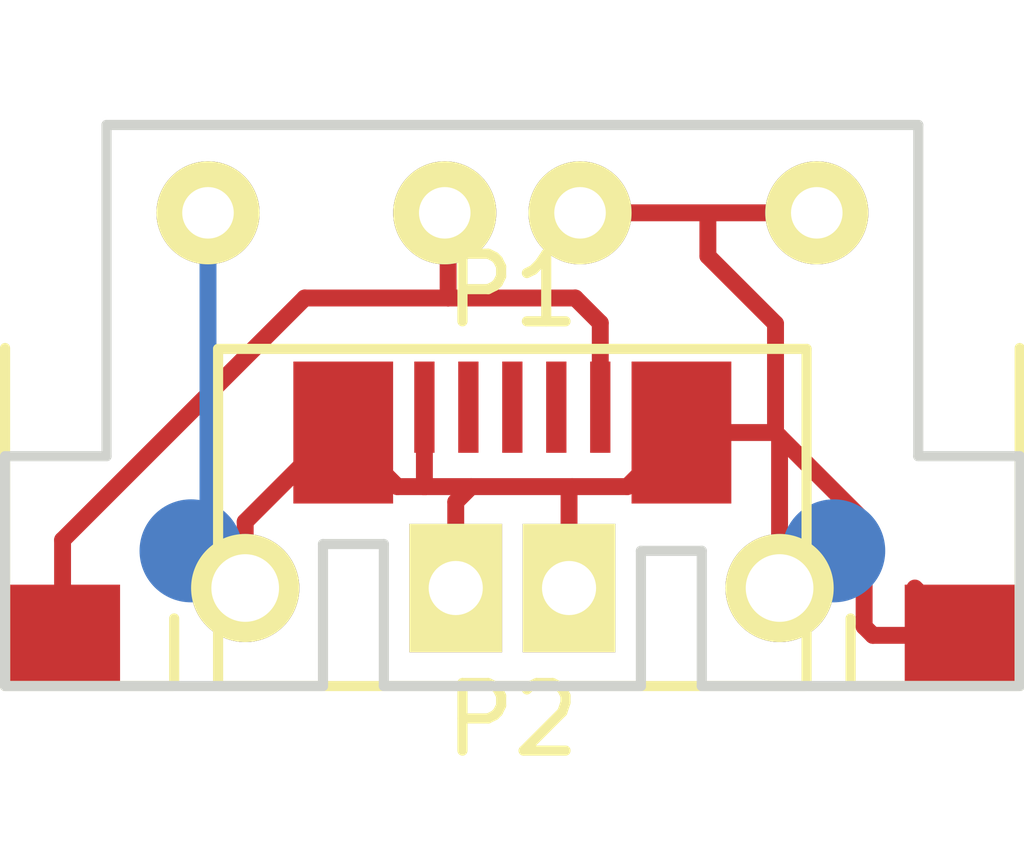
<source format=kicad_pcb>
(kicad_pcb (version 4) (host pcbnew 4.0.2+dfsg1-stable)

  (general
    (links 14)
    (no_connects 0)
    (area 92.424999 44.024999 107.575001 52.475001)
    (thickness 1.6)
    (drawings 16)
    (tracks 48)
    (zones 0)
    (modules 2)
    (nets 6)
  )

  (page A4)
  (layers
    (0 F.Cu signal)
    (31 B.Cu signal)
    (32 B.Adhes user)
    (33 F.Adhes user)
    (34 B.Paste user)
    (35 F.Paste user)
    (36 B.SilkS user)
    (37 F.SilkS user)
    (38 B.Mask user)
    (39 F.Mask user)
    (40 Dwgs.User user)
    (41 Cmts.User user)
    (42 Eco1.User user)
    (43 Eco2.User user)
    (44 Edge.Cuts user)
    (45 Margin user)
    (46 B.CrtYd user)
    (47 F.CrtYd user)
    (48 B.Fab user)
    (49 F.Fab user)
  )

  (setup
    (last_trace_width 0.25)
    (trace_clearance 0.1)
    (zone_clearance 0.508)
    (zone_45_only no)
    (trace_min 0.2)
    (segment_width 0.2)
    (edge_width 0.15)
    (via_size 0.6)
    (via_drill 0.4)
    (via_min_size 0.4)
    (via_min_drill 0.3)
    (uvia_size 0.3)
    (uvia_drill 0.1)
    (uvias_allowed no)
    (uvia_min_size 0.2)
    (uvia_min_drill 0.1)
    (pcb_text_width 0.3)
    (pcb_text_size 1.5 1.5)
    (mod_edge_width 0.15)
    (mod_text_size 1 1)
    (mod_text_width 0.15)
    (pad_size 1.524 1.524)
    (pad_drill 0.762)
    (pad_to_mask_clearance 0.2)
    (aux_axis_origin 0 0)
    (visible_elements FFFFFF7F)
    (pcbplotparams
      (layerselection 0x00030_80000001)
      (usegerberextensions false)
      (excludeedgelayer true)
      (linewidth 0.100000)
      (plotframeref false)
      (viasonmask false)
      (mode 1)
      (useauxorigin false)
      (hpglpennumber 1)
      (hpglpenspeed 20)
      (hpglpendiameter 15)
      (hpglpenoverlay 2)
      (psnegative false)
      (psa4output false)
      (plotreference true)
      (plotvalue true)
      (plotinvisibletext false)
      (padsonsilk false)
      (subtractmaskfromsilk false)
      (outputformat 1)
      (mirror false)
      (drillshape 1)
      (scaleselection 1)
      (outputdirectory ""))
  )

  (net 0 "")
  (net 1 GND)
  (net 2 "Net-(P1-Pad4)")
  (net 3 "Net-(P1-Pad3)")
  (net 4 "Net-(P1-Pad2)")
  (net 5 VCC)

  (net_class Default "This is the default net class."
    (clearance 0.1)
    (trace_width 0.25)
    (via_dia 0.6)
    (via_drill 0.4)
    (uvia_dia 0.3)
    (uvia_drill 0.1)
    (add_net GND)
    (add_net "Net-(P1-Pad2)")
    (add_net "Net-(P1-Pad3)")
    (add_net "Net-(P1-Pad4)")
    (add_net VCC)
  )

  (module footprints:USB_Micro-B_top_mount (layer F.Cu) (tedit 5799B0A8) (tstamp 579C88A3)
    (at 100 50)
    (descr "Micro USB Type B Receptacle")
    (tags "USB USB_B USB_micro USB_OTG")
    (path /5796EDBC)
    (attr smd)
    (fp_text reference P1 (at 0 -3.45) (layer F.SilkS)
      (effects (font (size 1 1) (thickness 0.15)))
    )
    (fp_text value USB (at 0 4.1) (layer F.Fab)
      (effects (font (size 1 1) (thickness 0.15)))
    )
    (fp_line (start -4.6 -2.8) (end 4.6 -2.8) (layer F.CrtYd) (width 0.05))
    (fp_line (start 4.6 -2.8) (end 4.6 3.1) (layer F.CrtYd) (width 0.05))
    (fp_line (start 4.6 3.1) (end -4.6 3.1) (layer F.CrtYd) (width 0.05))
    (fp_line (start -4.6 3.1) (end -4.6 -2.8) (layer F.CrtYd) (width 0.05))
    (fp_line (start -4.3509 -2.58754) (end 4.3491 -2.58754) (layer F.SilkS) (width 0.15))
    (fp_line (start 4.3491 -2.58754) (end 4.3491 2.4) (layer F.SilkS) (width 0.15))
    (fp_line (start 4.3491 2.4) (end -4.3509 2.4) (layer F.SilkS) (width 0.15))
    (fp_line (start -4.3509 2.4) (end -4.3509 -2.58754) (layer F.SilkS) (width 0.15))
    (pad 6 thru_hole rect (at -0.8375 0.95 90) (size 1.9 1.37) (drill 0.8) (layers *.Cu *.Mask F.SilkS)
      (net 1 GND))
    (pad 6 thru_hole rect (at 0.8375 0.95 90) (size 1.9 1.37) (drill 0.8) (layers *.Cu *.Mask F.SilkS)
      (net 1 GND))
    (pad 5 smd rect (at -1.3009 -1.725 90) (size 1.35 0.3) (layers F.Cu F.Paste F.Mask)
      (net 1 GND))
    (pad 4 smd rect (at -0.6509 -1.725 90) (size 1.35 0.3) (layers F.Cu F.Paste F.Mask)
      (net 2 "Net-(P1-Pad4)"))
    (pad 3 smd rect (at -0.0009 -1.725 90) (size 1.35 0.3) (layers F.Cu F.Paste F.Mask)
      (net 3 "Net-(P1-Pad3)"))
    (pad 2 smd rect (at 0.6491 -1.725 90) (size 1.35 0.3) (layers F.Cu F.Paste F.Mask)
      (net 4 "Net-(P1-Pad2)"))
    (pad 1 smd rect (at 1.2991 -1.725 90) (size 1.35 0.3) (layers F.Cu F.Paste F.Mask)
      (net 5 VCC))
    (pad 6 smd rect (at -2.5009 -1.35 90) (size 2.1 1.475) (layers F.Cu F.Paste F.Mask)
      (net 1 GND))
    (pad 6 smd rect (at 2.4991 -1.35 90) (size 2.1 1.475) (layers F.Cu F.Paste F.Mask)
      (net 1 GND))
    (pad 6 thru_hole oval (at -3.95 0.95 90) (size 1.6 1.6) (drill oval 1) (layers *.Cu *.Mask F.SilkS)
      (net 1 GND))
    (pad 6 thru_hole oval (at 3.95 0.95 90) (size 1.6 1.6) (drill oval 1) (layers *.Cu *.Mask F.SilkS)
      (net 1 GND))
  )

  (module footprints:3DS_power_connector_area (layer F.Cu) (tedit 579AE95B) (tstamp 579C88B3)
    (at 100 52.4)
    (path /5799AD80)
    (fp_text reference P2 (at 0 0.5) (layer F.SilkS)
      (effects (font (size 1 1) (thickness 0.15)))
    )
    (fp_text value MAIN (at 0 -9.3) (layer F.Fab)
      (effects (font (size 1 1) (thickness 0.15)))
    )
    (fp_line (start 5 0) (end 5 -1) (layer F.SilkS) (width 0.15))
    (fp_line (start -7.5 0) (end -5 0) (layer F.SilkS) (width 0.15))
    (fp_line (start -5 0) (end -5 -1) (layer F.SilkS) (width 0.15))
    (fp_line (start 7.5 0) (end 5 0) (layer F.SilkS) (width 0.15))
    (fp_line (start 7.5 -5) (end 7.5 0) (layer F.SilkS) (width 0.15))
    (fp_line (start -7.5 -5) (end -7.5 0) (layer F.SilkS) (width 0.15))
    (pad 2 smd rect (at 6.65 -0.75) (size 1.7 1.5) (layers F.Cu F.Paste F.Mask)
      (net 1 GND))
    (pad 2 thru_hole circle (at 1 -7) (size 1.524 1.524) (drill 0.762) (layers *.Cu *.Mask F.SilkS)
      (net 1 GND))
    (pad 1 thru_hole circle (at -1 -7) (size 1.524 1.524) (drill 0.762) (layers *.Cu *.Mask F.SilkS)
      (net 5 VCC))
    (pad 4 thru_hole circle (at 4.5 -7) (size 1.524 1.524) (drill 0.762) (layers *.Cu *.Mask F.SilkS)
      (net 1 GND))
    (pad 3 thru_hole circle (at -4.5 -7) (size 1.524 1.524) (drill 0.762) (layers *.Cu *.Mask F.SilkS)
      (net 1 GND))
    (pad 6 smd circle (at 4.75 -2) (size 1.524 1.524) (layers B.Cu B.Paste B.Mask)
      (net 1 GND))
    (pad 5 smd circle (at -4.75 -2) (size 1.524 1.524) (layers B.Cu B.Paste B.Mask)
      (net 1 GND))
    (pad 1 smd rect (at -6.65 -0.75) (size 1.7 1.5) (layers F.Cu F.Paste F.Mask)
      (net 5 VCC))
  )

  (gr_line (start 94 49) (end 92.5 49) (angle 90) (layer Edge.Cuts) (width 0.15))
  (gr_line (start 94 44.1) (end 94 49) (angle 90) (layer Edge.Cuts) (width 0.15))
  (gr_line (start 106 49) (end 107.5 49) (angle 90) (layer Edge.Cuts) (width 0.15))
  (gr_line (start 106 44.1) (end 106 49) (angle 90) (layer Edge.Cuts) (width 0.15))
  (gr_line (start 94 44.1) (end 106 44.1) (angle 90) (layer Edge.Cuts) (width 0.15))
  (gr_line (start 92.5 52.4) (end 92.5 49) (angle 90) (layer Edge.Cuts) (width 0.15))
  (gr_line (start 97.2 52.4) (end 92.5 52.4) (angle 90) (layer Edge.Cuts) (width 0.15))
  (gr_line (start 97.2 50.3) (end 97.2 52.4) (angle 90) (layer Edge.Cuts) (width 0.15))
  (gr_line (start 98.1 50.3) (end 97.2 50.3) (angle 90) (layer Edge.Cuts) (width 0.15))
  (gr_line (start 98.1 52.4) (end 98.1 50.3) (angle 90) (layer Edge.Cuts) (width 0.15))
  (gr_line (start 101.9 52.4) (end 98.1 52.4) (angle 90) (layer Edge.Cuts) (width 0.15))
  (gr_line (start 101.9 50.4) (end 101.9 52.4) (angle 90) (layer Edge.Cuts) (width 0.15))
  (gr_line (start 102.8 50.4) (end 101.9 50.4) (angle 90) (layer Edge.Cuts) (width 0.15))
  (gr_line (start 102.8 52.4) (end 102.8 50.4) (angle 90) (layer Edge.Cuts) (width 0.15))
  (gr_line (start 107.5 52.4) (end 102.8 52.4) (angle 90) (layer Edge.Cuts) (width 0.15))
  (gr_line (start 107.5 49) (end 107.5 52.4) (angle 90) (layer Edge.Cuts) (width 0.15))

  (segment (start 99.1625 50.95) (end 99.1625 49.6775) (width 0.25) (layer F.Cu) (net 1) (status 400000))
  (segment (start 99.1625 49.6775) (end 99.39 49.45) (width 0.25) (layer F.Cu) (net 1) (tstamp 579C8B81))
  (segment (start 98.6991 49.45) (end 98.2991 49.45) (width 0.25) (layer F.Cu) (net 1))
  (segment (start 98.2991 49.45) (end 97.4991 48.65) (width 0.25) (layer F.Cu) (net 1) (tstamp 579C8B7C) (status 800000))
  (segment (start 98.6991 48.275) (end 98.6991 49.45) (width 0.25) (layer F.Cu) (net 1) (status 400000))
  (segment (start 98.6991 49.45) (end 98.6991 49.4509) (width 0.25) (layer F.Cu) (net 1) (tstamp 579C8B7A))
  (segment (start 98.7 49.45) (end 99.39 49.45) (width 0.25) (layer F.Cu) (net 1) (tstamp 579C8B76))
  (segment (start 99.39 49.45) (end 100.885 49.45) (width 0.25) (layer F.Cu) (net 1) (tstamp 579C8B84))
  (segment (start 98.6991 49.4509) (end 98.7 49.45) (width 0.25) (layer F.Cu) (net 1) (tstamp 579C8B75))
  (segment (start 100.8375 50.95) (end 100.8375 49.4975) (width 0.25) (layer F.Cu) (net 1) (status 400000))
  (segment (start 101.6991 49.45) (end 102.4991 48.65) (width 0.25) (layer F.Cu) (net 1) (tstamp 579C8B71) (status 800000))
  (segment (start 100.885 49.45) (end 101.6991 49.45) (width 0.25) (layer F.Cu) (net 1) (tstamp 579C8B70))
  (segment (start 100.8375 49.4975) (end 100.885 49.45) (width 0.25) (layer F.Cu) (net 1) (tstamp 579C8B6F))
  (segment (start 106.65 51.65) (end 105.33 51.65) (width 0.25) (layer F.Cu) (net 1) (status 400000))
  (segment (start 105.2 49.96) (end 103.95 48.71) (width 0.25) (layer F.Cu) (net 1) (tstamp 579C8B6A))
  (segment (start 105.2 51.52) (end 105.2 49.96) (width 0.25) (layer F.Cu) (net 1) (tstamp 579C8B69))
  (segment (start 105.33 51.65) (end 105.2 51.52) (width 0.25) (layer F.Cu) (net 1) (tstamp 579C8B68))
  (segment (start 103.89 48.65) (end 103.89 47.04) (width 0.25) (layer F.Cu) (net 1))
  (segment (start 102.89 46.04) (end 102.89 45.4) (width 0.25) (layer F.Cu) (net 1) (tstamp 579C8B62))
  (segment (start 103.89 47.04) (end 102.89 46.04) (width 0.25) (layer F.Cu) (net 1) (tstamp 579C8B61))
  (segment (start 102.4991 48.65) (end 103.89 48.65) (width 0.25) (layer F.Cu) (net 1))
  (segment (start 103.95 48.71) (end 103.95 50.95) (width 0.25) (layer F.Cu) (net 1) (tstamp 579C8B58))
  (segment (start 103.89 48.65) (end 103.95 48.71) (width 0.25) (layer F.Cu) (net 1) (tstamp 579C8B57))
  (segment (start 95.5 45.4) (end 95.5 50.4) (width 0.25) (layer B.Cu) (net 1))
  (segment (start 95.5 50.4) (end 96.05 50.95) (width 0.25) (layer B.Cu) (net 1) (tstamp 579C8B4B))
  (segment (start 105.95 50.95) (end 106.65 51.65) (width 0.25) (layer F.Cu) (net 1) (tstamp 579C8B3E))
  (segment (start 95.25 50.4) (end 95.5 50.4) (width 0.25) (layer B.Cu) (net 1))
  (segment (start 95.5 50.4) (end 96.05 50.95) (width 0.25) (layer B.Cu) (net 1) (tstamp 579C8A19))
  (segment (start 104.75 50.4) (end 104.5 50.4) (width 0.25) (layer B.Cu) (net 1))
  (segment (start 104.5 50.4) (end 103.95 50.95) (width 0.25) (layer B.Cu) (net 1) (tstamp 579C8A16))
  (segment (start 97.4991 48.65) (end 97.4991 49.2866) (width 0.25) (layer F.Cu) (net 1))
  (segment (start 97.4991 48.65) (end 97.37 48.65) (width 0.25) (layer F.Cu) (net 1))
  (segment (start 97.37 48.65) (end 96.05 49.97) (width 0.25) (layer F.Cu) (net 1) (tstamp 579C8910))
  (segment (start 96.05 49.97) (end 96.05 50.95) (width 0.25) (layer F.Cu) (net 1) (tstamp 579C8911))
  (segment (start 97.01 48.65) (end 97.4991 48.65) (width 0.25) (layer F.Cu) (net 1) (tstamp 579ADADA))
  (segment (start 102.4991 48.65) (end 102.4991 48.6609) (width 0.25) (layer F.Cu) (net 1))
  (segment (start 100.8375 50.3225) (end 100.8375 50.95) (width 0.25) (layer F.Cu) (net 1) (tstamp 579ADACF))
  (segment (start 101 45.4) (end 102.89 45.4) (width 0.25) (layer F.Cu) (net 1))
  (segment (start 102.89 45.4) (end 104.5 45.4) (width 0.25) (layer F.Cu) (net 1) (tstamp 579C8B65))
  (segment (start 104.5 45.4) (end 104.48 45.42) (width 0.25) (layer F.Cu) (net 1) (tstamp 579ADAC4))
  (segment (start 99.05 46.66) (end 99.05 45.45) (width 0.25) (layer F.Cu) (net 5) (status 800000))
  (segment (start 99.05 45.45) (end 99 45.4) (width 0.25) (layer F.Cu) (net 5) (tstamp 579C8B92) (status C00000))
  (segment (start 101.2991 48.275) (end 101.2991 47.0291) (width 0.25) (layer F.Cu) (net 5) (status 400000))
  (segment (start 93.35 50.24) (end 93.35 51.65) (width 0.25) (layer F.Cu) (net 5) (tstamp 579C8B8C) (status 800000))
  (segment (start 96.93 46.66) (end 93.35 50.24) (width 0.25) (layer F.Cu) (net 5) (tstamp 579C8B8A))
  (segment (start 100.93 46.66) (end 99.05 46.66) (width 0.25) (layer F.Cu) (net 5) (tstamp 579C8B89))
  (segment (start 99.05 46.66) (end 96.93 46.66) (width 0.25) (layer F.Cu) (net 5) (tstamp 579C8B90))
  (segment (start 101.2991 47.0291) (end 100.93 46.66) (width 0.25) (layer F.Cu) (net 5) (tstamp 579C8B88))

  (zone (net 1) (net_name GND) (layer F.Cu) (tstamp 579C8918) (hatch edge 0.508)
    (connect_pads (clearance 0.508))
    (min_thickness 0.254)
    (fill (arc_segments 16) (thermal_gap 0.508) (thermal_bridge_width 0.508))
    (polygon
      (pts
        (xy 106.03 49.01) (xy 107.51 49.01) (xy 107.51 52.39) (xy 102.79 52.36) (xy 102.79 50.4)
        (xy 101.9 50.43) (xy 101.87 52.39) (xy 98.13 52.39) (xy 98.1 50.32) (xy 97.2 50.32)
        (xy 97.2 52.42) (xy 92.54 52.39) (xy 92.51 49.01) (xy 94.02 49.01) (xy 93.99 44.06)
        (xy 106.03 44.09)
      )
    )
  )
)

</source>
